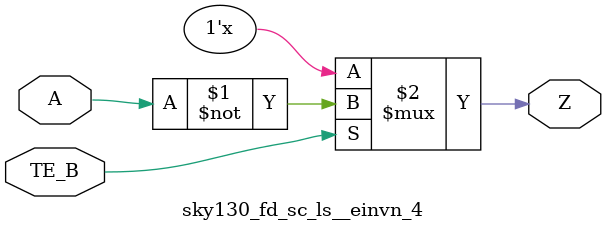
<source format=v>
/*
 * Copyright 2020 The SkyWater PDK Authors
 *
 * Licensed under the Apache License, Version 2.0 (the "License");
 * you may not use this file except in compliance with the License.
 * You may obtain a copy of the License at
 *
 *     https://www.apache.org/licenses/LICENSE-2.0
 *
 * Unless required by applicable law or agreed to in writing, software
 * distributed under the License is distributed on an "AS IS" BASIS,
 * WITHOUT WARRANTIES OR CONDITIONS OF ANY KIND, either express or implied.
 * See the License for the specific language governing permissions and
 * limitations under the License.
 *
 * SPDX-License-Identifier: Apache-2.0
*/


`ifndef SKY130_FD_SC_LS__EINVN_4_FUNCTIONAL_V
`define SKY130_FD_SC_LS__EINVN_4_FUNCTIONAL_V

/**
 * einvn: Tri-state inverter, negative enable.
 *
 * Verilog simulation functional model.
 */

`timescale 1ns / 1ps
`default_nettype none

`celldefine
module sky130_fd_sc_ls__einvn_4 (
    Z   ,
    A   ,
    TE_B
);

    // Module ports
    output Z   ;
    input  A   ;
    input  TE_B;

    //     Name     Output  Other arguments
    notif0 notif00 (Z     , A, TE_B        );

endmodule
`endcelldefine

`default_nettype wire
`endif  // SKY130_FD_SC_LS__EINVN_4_FUNCTIONAL_V

</source>
